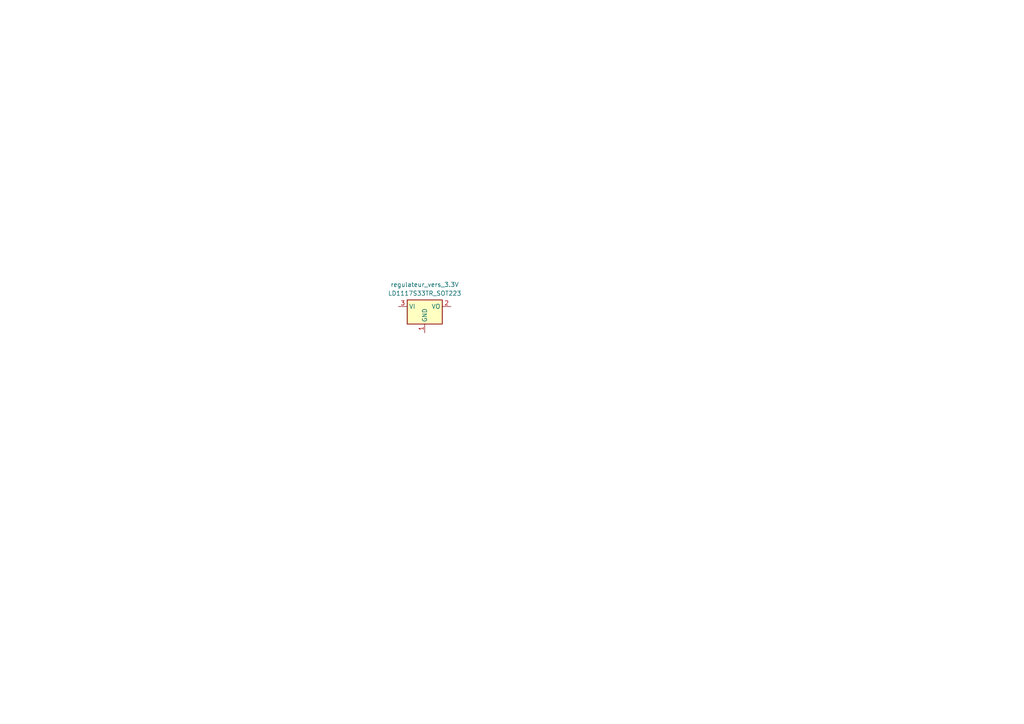
<source format=kicad_sch>
(kicad_sch (version 20250114) (generator "eeschema") (generator_version "9.0")
  (paper "A4")
  (lib_symbols
    (symbol "Regulator_Linear:LD1117S33TR_SOT223"
      (property "Reference" "U" (at -3.81 3.175 0))
      (property "Value" "LD1117S33TR_SOT223" (at 0 3.175 0))
      (symbol "LD1117S33TR_SOT223_0_1"
        (rectangle (start -5.08 -5.08) (end 5.08 1.905) (stroke (width 0.254)) (fill (type background)))
      )
      (symbol "LD1117S33TR_SOT223_1_1"
        (pin power_in line (at -7.62 0 0) (length 2.54) (name "VI") (number "3"))
        (pin power_in line (at 0 -7.62 90) (length 2.54) (name "GND") (number "1"))
        (pin power_out line (at 7.62 0 180) (length 2.54) (name "VO") (number "2"))
      )
    )
  )
  (symbol (lib_id "Regulator_Linear:LD1117S33TR_SOT223") (at 123.19 88.9 0) (unit 1)
    (property "Reference" "regulateur_vers_3.3V" (at 123.19 82.55 0))
    (property "Value" "LD1117S33TR_SOT223" (at 123.19 85.09 0))
    (property "Footprint" "Package_TO_SOT_SMD:SOT-223-3_TabPin2" (effects (hide yes)))
    (property "Datasheet" "http://www.st.com/st-web-ui/static/active/en/resource/technical/document/datasheet/CD00000544.pdf" (effects (hide yes)))
    (property "Description" "800mA Fixed Low Drop Positive Voltage Regulator, Fixed Output 3.3V, SOT-223" (effects (hide yes)))
  )
)
</source>
